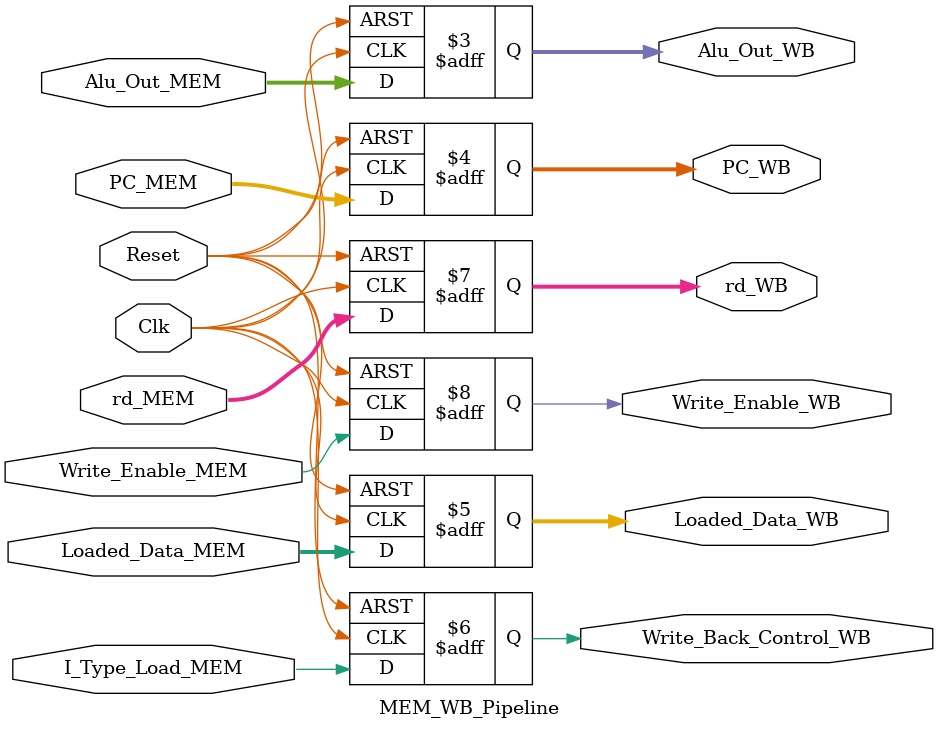
<source format=v>
`timescale 1ns / 1ps


module MEM_WB_Pipeline(
input Clk, Reset,
input [31:0] Alu_Out_MEM,		//Output of ALU
input [31:0] PC_MEM,
input [31:0] Loaded_Data_MEM,
input I_Type_Load_MEM,
input [4:0] rd_MEM,   //Address of rd
input Write_Enable_MEM,

output reg [31:0] Alu_Out_WB,		//Output of ALU
output reg [31:0] PC_WB,
output reg [31:0] Loaded_Data_WB,
output reg Write_Back_Control_WB,
output reg [4:0] rd_WB,   //Address of rd
output reg Write_Enable_WB
);

always @(posedge Clk, posedge Reset)
        if (Reset==1) begin                                                 //Resetting the value
            PC_WB <= 0;
            rd_WB <= 0;
            Alu_Out_WB <= 0;
            Loaded_Data_WB <= 0;
            Write_Back_Control_WB <= 0;
            Write_Enable_WB <= 1'b1;	
            end
        else begin
            PC_WB <= PC_MEM;
            rd_WB <= rd_MEM;
            Alu_Out_WB <= Alu_Out_MEM;
            Loaded_Data_WB <= Loaded_Data_MEM;
            Write_Back_Control_WB <= I_Type_Load_MEM;
            Write_Enable_WB <= Write_Enable_MEM;	
            end
/*always@(posedge Clk)
begin
$display("\n MEM_WB_Pipeline");
$display("PC_WB: %b",PC_WB);
$display("Immediate_WB: %b",Immediate_WB);
$display("Alu_Out_WB: %b",Alu_Out_WB);
$display("Loaded_Data_WB: %b",Loaded_Data_WB);
$display("WriteBack_Control_WB: %b",WriteBack_Control_WB );
$display("rd_WB: %b",rd_WB);
end */          
endmodule


</source>
